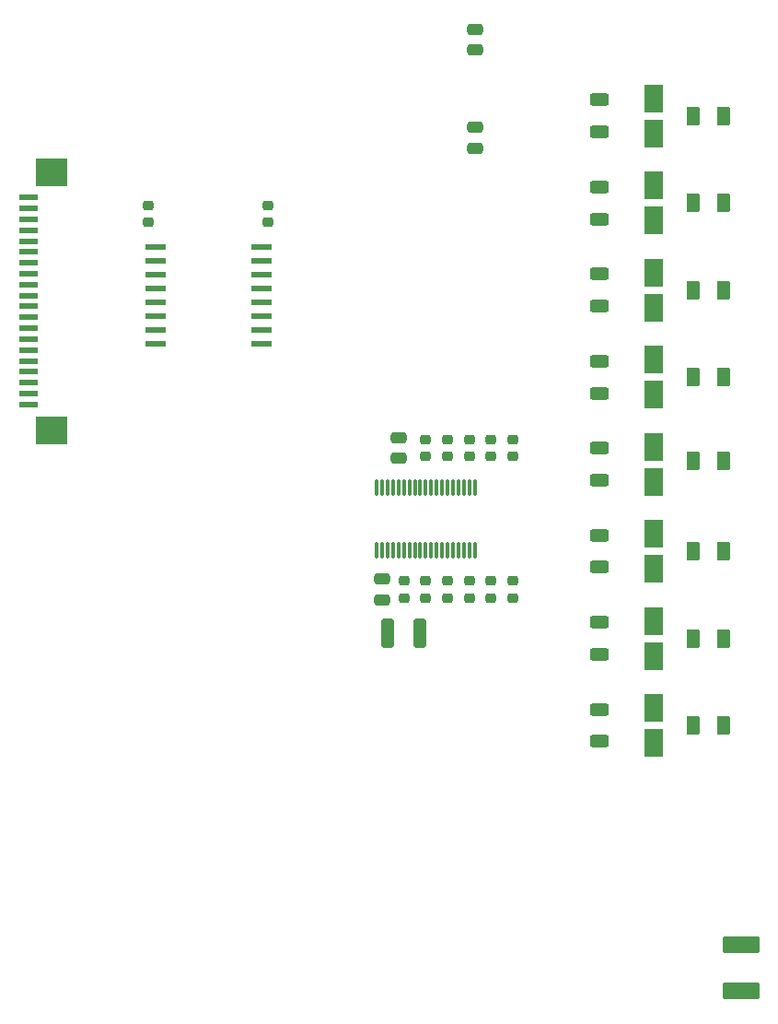
<source format=gbr>
%TF.GenerationSoftware,KiCad,Pcbnew,9.0.2*%
%TF.CreationDate,2025-06-28T17:30:13+03:00*%
%TF.ProjectId,PMCNV-AI8IU,504d434e-562d-4414-9938-49552e6b6963,rev?*%
%TF.SameCoordinates,Original*%
%TF.FileFunction,Paste,Top*%
%TF.FilePolarity,Positive*%
%FSLAX46Y46*%
G04 Gerber Fmt 4.6, Leading zero omitted, Abs format (unit mm)*
G04 Created by KiCad (PCBNEW 9.0.2) date 2025-06-28 17:30:13*
%MOMM*%
%LPD*%
G01*
G04 APERTURE LIST*
G04 Aperture macros list*
%AMRoundRect*
0 Rectangle with rounded corners*
0 $1 Rounding radius*
0 $2 $3 $4 $5 $6 $7 $8 $9 X,Y pos of 4 corners*
0 Add a 4 corners polygon primitive as box body*
4,1,4,$2,$3,$4,$5,$6,$7,$8,$9,$2,$3,0*
0 Add four circle primitives for the rounded corners*
1,1,$1+$1,$2,$3*
1,1,$1+$1,$4,$5*
1,1,$1+$1,$6,$7*
1,1,$1+$1,$8,$9*
0 Add four rect primitives between the rounded corners*
20,1,$1+$1,$2,$3,$4,$5,0*
20,1,$1+$1,$4,$5,$6,$7,0*
20,1,$1+$1,$6,$7,$8,$9,0*
20,1,$1+$1,$8,$9,$2,$3,0*%
G04 Aperture macros list end*
%ADD10R,1.800000X0.600000*%
%ADD11R,3.000000X2.600000*%
%ADD12RoundRect,0.250000X-0.375000X-0.625000X0.375000X-0.625000X0.375000X0.625000X-0.375000X0.625000X0*%
%ADD13R,1.651000X2.565400*%
%ADD14RoundRect,0.250000X-0.625000X0.312500X-0.625000X-0.312500X0.625000X-0.312500X0.625000X0.312500X0*%
%ADD15RoundRect,0.225000X0.250000X-0.225000X0.250000X0.225000X-0.250000X0.225000X-0.250000X-0.225000X0*%
%ADD16RoundRect,0.250000X-0.475000X0.250000X-0.475000X-0.250000X0.475000X-0.250000X0.475000X0.250000X0*%
%ADD17RoundRect,0.250000X0.325000X1.100000X-0.325000X1.100000X-0.325000X-1.100000X0.325000X-1.100000X0*%
%ADD18RoundRect,0.225000X-0.250000X0.225000X-0.250000X-0.225000X0.250000X-0.225000X0.250000X0.225000X0*%
%ADD19RoundRect,0.075000X0.075000X-0.662500X0.075000X0.662500X-0.075000X0.662500X-0.075000X-0.662500X0*%
%ADD20RoundRect,0.250000X1.450000X-0.537500X1.450000X0.537500X-1.450000X0.537500X-1.450000X-0.537500X0*%
%ADD21RoundRect,0.250000X0.475000X-0.250000X0.475000X0.250000X-0.475000X0.250000X-0.475000X-0.250000X0*%
%ADD22R,1.854200X0.482600*%
G04 APERTURE END LIST*
D10*
%TO.C,JM1*%
X-36546000Y10500000D03*
X-36546000Y11500000D03*
X-36546000Y12500000D03*
X-36546000Y13500000D03*
X-36546000Y14500000D03*
X-36546000Y15500000D03*
X-36546000Y16500000D03*
X-36546000Y17500000D03*
X-36546000Y18500000D03*
X-36546000Y19500000D03*
X-36546000Y20500000D03*
X-36546000Y21500000D03*
X-36546000Y22500000D03*
X-36546000Y23500000D03*
X-36546000Y24500000D03*
X-36546000Y25500000D03*
X-36546000Y26500000D03*
X-36546000Y27500000D03*
X-36546000Y28500000D03*
X-36546000Y29500000D03*
D11*
X-34375000Y8150000D03*
X-34375000Y31850000D03*
%TD*%
D12*
%TO.C,F2*%
X24600000Y29000000D03*
X27400000Y29000000D03*
%TD*%
%TO.C,F7*%
X24600000Y-11000000D03*
X27400000Y-11000000D03*
%TD*%
D13*
%TO.C,D5*%
X21000000Y3387100D03*
X21000000Y6612900D03*
%TD*%
D14*
%TO.C,R6*%
X16000000Y-1537500D03*
X16000000Y-4462500D03*
%TD*%
D12*
%TO.C,F3*%
X24600000Y21000000D03*
X27400000Y21000000D03*
%TD*%
D15*
%TO.C,C13*%
X2000000Y5725000D03*
X2000000Y7275000D03*
%TD*%
D16*
%TO.C,C1*%
X4500000Y44950000D03*
X4500000Y43050000D03*
%TD*%
D13*
%TO.C,D3*%
X21000000Y19387100D03*
X21000000Y22612900D03*
%TD*%
D14*
%TO.C,R1*%
X16000000Y38462500D03*
X16000000Y35537500D03*
%TD*%
D15*
%TO.C,C11*%
X0Y5725000D03*
X0Y7275000D03*
%TD*%
D14*
%TO.C,R4*%
X16000000Y14462500D03*
X16000000Y11537500D03*
%TD*%
D17*
%TO.C,C7*%
X-525000Y-10500000D03*
X-3475000Y-10500000D03*
%TD*%
D14*
%TO.C,R2*%
X16000000Y30462500D03*
X16000000Y27537500D03*
%TD*%
D18*
%TO.C,C3*%
X-25500000Y28775000D03*
X-25500000Y27225000D03*
%TD*%
D16*
%TO.C,C10*%
X-2500000Y7450000D03*
X-2500000Y5550000D03*
%TD*%
D18*
%TO.C,C18*%
X6000000Y-5725000D03*
X6000000Y-7275000D03*
%TD*%
D14*
%TO.C,R3*%
X16000000Y22462500D03*
X16000000Y19537500D03*
%TD*%
D18*
%TO.C,C12*%
X0Y-5725000D03*
X0Y-7275000D03*
%TD*%
D13*
%TO.C,D2*%
X21000000Y27387100D03*
X21000000Y30612900D03*
%TD*%
%TO.C,D4*%
X21000000Y11387100D03*
X21000000Y14612900D03*
%TD*%
D14*
%TO.C,R5*%
X16000000Y6462500D03*
X16000000Y3537500D03*
%TD*%
D12*
%TO.C,F5*%
X24600000Y5325000D03*
X27400000Y5325000D03*
%TD*%
D15*
%TO.C,C15*%
X6000000Y5725000D03*
X6000000Y7275000D03*
%TD*%
D14*
%TO.C,R8*%
X16000000Y-17537500D03*
X16000000Y-20462500D03*
%TD*%
D13*
%TO.C,D1*%
X21000000Y35387100D03*
X21000000Y38612900D03*
%TD*%
D18*
%TO.C,C20*%
X2000000Y-5725000D03*
X2000000Y-7275000D03*
%TD*%
D14*
%TO.C,R7*%
X16000000Y-9537500D03*
X16000000Y-12462500D03*
%TD*%
D13*
%TO.C,D6*%
X21000000Y-4612900D03*
X21000000Y-1387100D03*
%TD*%
D18*
%TO.C,C19*%
X4000000Y-5725000D03*
X4000000Y-7275000D03*
%TD*%
D15*
%TO.C,C14*%
X4000000Y5725000D03*
X4000000Y7275000D03*
%TD*%
D19*
%TO.C,U4*%
X-4500000Y-2862500D03*
X-4000000Y-2862500D03*
X-3500000Y-2862500D03*
X-3000000Y-2862500D03*
X-2500000Y-2862500D03*
X-2000000Y-2862500D03*
X-1500000Y-2862500D03*
X-1000000Y-2862500D03*
X-500000Y-2862500D03*
X0Y-2862500D03*
X500000Y-2862500D03*
X1000000Y-2862500D03*
X1500000Y-2862500D03*
X2000000Y-2862500D03*
X2500000Y-2862500D03*
X3000000Y-2862500D03*
X3500000Y-2862500D03*
X4000000Y-2862500D03*
X4500000Y-2862500D03*
X4500000Y2862500D03*
X4000000Y2862500D03*
X3500000Y2862500D03*
X3000000Y2862500D03*
X2500000Y2862500D03*
X2000000Y2862500D03*
X1500000Y2862500D03*
X1000000Y2862500D03*
X500000Y2862500D03*
X0Y2862500D03*
X-500000Y2862500D03*
X-1000000Y2862500D03*
X-1500000Y2862500D03*
X-2000000Y2862500D03*
X-2500000Y2862500D03*
X-3000000Y2862500D03*
X-3500000Y2862500D03*
X-4000000Y2862500D03*
X-4500000Y2862500D03*
%TD*%
D18*
%TO.C,C17*%
X8000000Y-5725000D03*
X8000000Y-7275000D03*
%TD*%
D13*
%TO.C,D8*%
X21000000Y-20612900D03*
X21000000Y-17387100D03*
%TD*%
D16*
%TO.C,C9*%
X-4000000Y-5550000D03*
X-4000000Y-7450000D03*
%TD*%
D15*
%TO.C,C16*%
X8000000Y5725000D03*
X8000000Y7275000D03*
%TD*%
D12*
%TO.C,F8*%
X24600000Y-19000000D03*
X27400000Y-19000000D03*
%TD*%
D15*
%TO.C,C4*%
X-14500000Y27225000D03*
X-14500000Y28775000D03*
%TD*%
D20*
%TO.C,C21*%
X29000000Y-43387500D03*
X29000000Y-39112500D03*
%TD*%
D18*
%TO.C,C8*%
X-2000000Y-5725000D03*
X-2000000Y-7275000D03*
%TD*%
D13*
%TO.C,D7*%
X21000000Y-12612900D03*
X21000000Y-9387100D03*
%TD*%
D12*
%TO.C,F6*%
X24600000Y-3000000D03*
X27400000Y-3000000D03*
%TD*%
D21*
%TO.C,C2*%
X4500000Y34050000D03*
X4500000Y35950000D03*
%TD*%
D12*
%TO.C,F1*%
X24600000Y37000000D03*
X27400000Y37000000D03*
%TD*%
%TO.C,F4*%
X24600000Y13000000D03*
X27400000Y13000000D03*
%TD*%
D22*
%TO.C,U3*%
X-24876800Y24945000D03*
X-24876800Y23675000D03*
X-24876800Y22405000D03*
X-24876800Y21135000D03*
X-24876800Y19865000D03*
X-24876800Y18595000D03*
X-24876800Y17325000D03*
X-24876800Y16055000D03*
X-15123200Y16055000D03*
X-15123200Y17325000D03*
X-15123200Y18595000D03*
X-15123200Y19865000D03*
X-15123200Y21135000D03*
X-15123200Y22405000D03*
X-15123200Y23675000D03*
X-15123200Y24945000D03*
%TD*%
M02*

</source>
